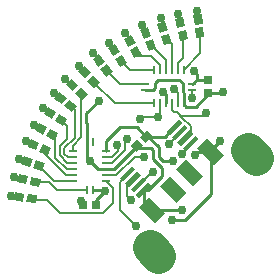
<source format=gtl>
G04 (created by PCBNEW (2013-jul-07)-stable) date Tue 08 Dec 2015 07:46:21 AM CST*
%MOIN*%
G04 Gerber Fmt 3.4, Leading zero omitted, Abs format*
%FSLAX34Y34*%
G01*
G70*
G90*
G04 APERTURE LIST*
%ADD10C,0.00590551*%
%ADD11R,0.0315X0.0275*%
%ADD12R,0.0275X0.0315*%
%ADD13R,0.0314961X0.00984252*%
%ADD14R,0.00984252X0.0314961*%
%ADD15C,0.11811*%
%ADD16C,0.0295276*%
%ADD17C,0.00984252*%
%ADD18C,0.00787402*%
G04 APERTURE END LIST*
G54D10*
G36*
X71544Y-10843D02*
X71817Y-10807D01*
X71858Y-11120D01*
X71585Y-11155D01*
X71544Y-10843D01*
X71544Y-10843D01*
G37*
G36*
X71488Y-10415D02*
X71760Y-10379D01*
X71801Y-10691D01*
X71529Y-10727D01*
X71488Y-10415D01*
X71488Y-10415D01*
G37*
G36*
X70980Y-10953D02*
X71249Y-10893D01*
X71317Y-11201D01*
X71048Y-11260D01*
X70980Y-10953D01*
X70980Y-10953D01*
G37*
G36*
X70887Y-10531D02*
X71155Y-10471D01*
X71223Y-10779D01*
X70955Y-10838D01*
X70887Y-10531D01*
X70887Y-10531D01*
G37*
G36*
X70417Y-11101D02*
X70680Y-11018D01*
X70774Y-11318D01*
X70512Y-11401D01*
X70417Y-11101D01*
X70417Y-11101D01*
G37*
G36*
X70288Y-10689D02*
X70550Y-10606D01*
X70645Y-10906D01*
X70382Y-10989D01*
X70288Y-10689D01*
X70288Y-10689D01*
G37*
G36*
X69875Y-11307D02*
X70129Y-11202D01*
X70250Y-11493D01*
X69996Y-11598D01*
X69875Y-11307D01*
X69875Y-11307D01*
G37*
G36*
X69710Y-10908D02*
X69964Y-10803D01*
X70084Y-11094D01*
X69830Y-11199D01*
X69710Y-10908D01*
X69710Y-10908D01*
G37*
G36*
X69373Y-11572D02*
X69617Y-11445D01*
X69762Y-11724D01*
X69519Y-11851D01*
X69373Y-11572D01*
X69373Y-11572D01*
G37*
G36*
X69174Y-11188D02*
X69418Y-11061D01*
X69563Y-11341D01*
X69319Y-11468D01*
X69174Y-11188D01*
X69174Y-11188D01*
G37*
G36*
X68872Y-11875D02*
X69104Y-11727D01*
X69273Y-11993D01*
X69041Y-12140D01*
X68872Y-11875D01*
X68872Y-11875D01*
G37*
G36*
X68640Y-11510D02*
X68871Y-11363D01*
X69041Y-11628D01*
X68809Y-11776D01*
X68640Y-11510D01*
X68640Y-11510D01*
G37*
G36*
X68391Y-12216D02*
X68609Y-12049D01*
X68801Y-12299D01*
X68582Y-12466D01*
X68391Y-12216D01*
X68391Y-12216D01*
G37*
G36*
X68128Y-11874D02*
X68346Y-11706D01*
X68538Y-11956D01*
X68319Y-12123D01*
X68128Y-11874D01*
X68128Y-11874D01*
G37*
G36*
X67949Y-12596D02*
X68152Y-12410D01*
X68365Y-12643D01*
X68162Y-12828D01*
X67949Y-12596D01*
X67949Y-12596D01*
G37*
G36*
X67658Y-12278D02*
X67860Y-12092D01*
X68073Y-12324D01*
X67870Y-12510D01*
X67658Y-12278D01*
X67658Y-12278D01*
G37*
G36*
X67548Y-13014D02*
X67734Y-12812D01*
X67966Y-13024D01*
X67780Y-13227D01*
X67548Y-13014D01*
X67548Y-13014D01*
G37*
G36*
X67230Y-12723D02*
X67415Y-12520D01*
X67648Y-12733D01*
X67462Y-12935D01*
X67230Y-12723D01*
X67230Y-12723D01*
G37*
G36*
X67187Y-13451D02*
X67354Y-13233D01*
X67604Y-13425D01*
X67437Y-13643D01*
X67187Y-13451D01*
X67187Y-13451D01*
G37*
G36*
X66844Y-13188D02*
X67011Y-12970D01*
X67261Y-13162D01*
X67094Y-13380D01*
X66844Y-13188D01*
X66844Y-13188D01*
G37*
G36*
X66865Y-13926D02*
X67012Y-13694D01*
X67278Y-13864D01*
X67130Y-14096D01*
X66865Y-13926D01*
X66865Y-13926D01*
G37*
G36*
X66500Y-13694D02*
X66648Y-13462D01*
X66914Y-13632D01*
X66766Y-13864D01*
X66500Y-13694D01*
X66500Y-13694D01*
G37*
G36*
X66582Y-14440D02*
X66709Y-14196D01*
X66989Y-14341D01*
X66862Y-14585D01*
X66582Y-14440D01*
X66582Y-14440D01*
G37*
G36*
X66199Y-14240D02*
X66326Y-13996D01*
X66606Y-14142D01*
X66479Y-14386D01*
X66199Y-14240D01*
X66199Y-14240D01*
G37*
G36*
X66359Y-14952D02*
X66464Y-14698D01*
X66755Y-14819D01*
X66650Y-15073D01*
X66359Y-14952D01*
X66359Y-14952D01*
G37*
G36*
X65960Y-14787D02*
X66065Y-14533D01*
X66356Y-14653D01*
X66251Y-14907D01*
X65960Y-14787D01*
X65960Y-14787D01*
G37*
G36*
X66156Y-15503D02*
X66238Y-15240D01*
X66539Y-15335D01*
X66456Y-15597D01*
X66156Y-15503D01*
X66156Y-15503D01*
G37*
G36*
X65744Y-15373D02*
X65826Y-15110D01*
X66127Y-15205D01*
X66044Y-15467D01*
X65744Y-15373D01*
X65744Y-15373D01*
G37*
G36*
X66031Y-16072D02*
X66090Y-15803D01*
X66398Y-15871D01*
X66338Y-16140D01*
X66031Y-16072D01*
X66031Y-16072D01*
G37*
G36*
X65609Y-15978D02*
X65669Y-15710D01*
X65976Y-15778D01*
X65917Y-16046D01*
X65609Y-15978D01*
X65609Y-15978D01*
G37*
G36*
X65925Y-16640D02*
X65961Y-16367D01*
X66274Y-16408D01*
X66238Y-16681D01*
X65925Y-16640D01*
X65925Y-16640D01*
G37*
G36*
X65497Y-16583D02*
X65533Y-16310D01*
X65845Y-16352D01*
X65809Y-16624D01*
X65497Y-16583D01*
X65497Y-16583D01*
G37*
G54D11*
X67815Y-16751D03*
X68247Y-16751D03*
G54D12*
X71988Y-12559D03*
X71988Y-12991D03*
G54D10*
G36*
X69625Y-14550D02*
X69819Y-14744D01*
X69596Y-14967D01*
X69402Y-14773D01*
X69625Y-14550D01*
X69625Y-14550D01*
G37*
G36*
X69930Y-14244D02*
X70125Y-14439D01*
X69902Y-14662D01*
X69707Y-14467D01*
X69930Y-14244D01*
X69930Y-14244D01*
G37*
G54D13*
X67480Y-15334D03*
X67480Y-15531D03*
X67480Y-15728D03*
X67480Y-15925D03*
X67480Y-15137D03*
X67480Y-14940D03*
X68582Y-15531D03*
X68582Y-15728D03*
X68582Y-15925D03*
X68582Y-15334D03*
X68582Y-15137D03*
X68582Y-14940D03*
G54D14*
X67933Y-16220D03*
X68129Y-16220D03*
X67933Y-14645D03*
X68129Y-14645D03*
X70767Y-12244D03*
X70570Y-12244D03*
X70374Y-12244D03*
X70177Y-12244D03*
X70964Y-12244D03*
X71161Y-12244D03*
X70570Y-13346D03*
X70374Y-13346D03*
X70177Y-13346D03*
X70767Y-13346D03*
X70964Y-13346D03*
X71161Y-13346D03*
G54D13*
X69881Y-12696D03*
X69881Y-12893D03*
X71456Y-12696D03*
X71456Y-12893D03*
G54D10*
G36*
X69575Y-16386D02*
X69985Y-15976D01*
X70101Y-16093D01*
X69692Y-16502D01*
X69575Y-16386D01*
X69575Y-16386D01*
G37*
G36*
X70595Y-14291D02*
X71004Y-13882D01*
X71116Y-13993D01*
X70706Y-14403D01*
X70595Y-14291D01*
X70595Y-14291D01*
G37*
G36*
X69032Y-15843D02*
X69442Y-15433D01*
X69558Y-15550D01*
X69149Y-15959D01*
X69032Y-15843D01*
X69032Y-15843D01*
G37*
G36*
X69213Y-16024D02*
X69623Y-15614D01*
X69739Y-15731D01*
X69330Y-16140D01*
X69213Y-16024D01*
X69213Y-16024D01*
G37*
G36*
X69394Y-16205D02*
X69804Y-15795D01*
X69920Y-15912D01*
X69511Y-16321D01*
X69394Y-16205D01*
X69394Y-16205D01*
G37*
G36*
X71134Y-14827D02*
X71543Y-14418D01*
X71660Y-14535D01*
X71251Y-14944D01*
X71134Y-14827D01*
X71134Y-14827D01*
G37*
G36*
X70953Y-14646D02*
X71362Y-14237D01*
X71479Y-14354D01*
X71069Y-14763D01*
X70953Y-14646D01*
X70953Y-14646D01*
G37*
G36*
X70770Y-14467D02*
X71180Y-14057D01*
X71296Y-14174D01*
X70887Y-14583D01*
X70770Y-14467D01*
X70770Y-14467D01*
G37*
G54D15*
X70043Y-18142D02*
X70321Y-18421D01*
X73300Y-14885D02*
X73578Y-15164D01*
G54D10*
G36*
X72172Y-15400D02*
X71616Y-14844D01*
X71950Y-14509D01*
X72506Y-15066D01*
X72172Y-15400D01*
X72172Y-15400D01*
G37*
G36*
X71476Y-16096D02*
X70920Y-15539D01*
X71254Y-15205D01*
X71811Y-15762D01*
X71476Y-16096D01*
X71476Y-16096D01*
G37*
G36*
X70920Y-16653D02*
X70363Y-16096D01*
X70697Y-15762D01*
X71254Y-16319D01*
X70920Y-16653D01*
X70920Y-16653D01*
G37*
G36*
X70224Y-17349D02*
X69667Y-16792D01*
X70001Y-16458D01*
X70558Y-17015D01*
X70224Y-17349D01*
X70224Y-17349D01*
G37*
G54D16*
X68326Y-13267D03*
X70472Y-12952D03*
X71122Y-16889D03*
X71496Y-12283D03*
X67736Y-16594D03*
X68051Y-15275D03*
X70984Y-10354D03*
X71614Y-10255D03*
X69222Y-11003D03*
X71909Y-13661D03*
X69271Y-14527D03*
X70688Y-14704D03*
X69566Y-17421D03*
X70846Y-12854D03*
X68937Y-14724D03*
X69409Y-16574D03*
X70157Y-15649D03*
X65521Y-15807D03*
X65413Y-16437D03*
X70295Y-13799D03*
X71102Y-15019D03*
X69724Y-13858D03*
X65688Y-15206D03*
X68681Y-11318D03*
X71456Y-13169D03*
X69842Y-15118D03*
X66161Y-14064D03*
X66476Y-13513D03*
X66830Y-13011D03*
X67224Y-12539D03*
X68159Y-11683D03*
X67677Y-12086D03*
X65905Y-14616D03*
X69783Y-10728D03*
X70393Y-10511D03*
X70787Y-17244D03*
X70807Y-15275D03*
X68543Y-16279D03*
X71535Y-15078D03*
X72362Y-14606D03*
X72480Y-12972D03*
G54D17*
X67925Y-13996D02*
X67933Y-13996D01*
X67925Y-13669D02*
X67925Y-13996D01*
X68326Y-13267D02*
X67925Y-13669D01*
X67933Y-14055D02*
X67933Y-13996D01*
X67933Y-14409D02*
X67933Y-14645D01*
X67933Y-14409D02*
X67933Y-14055D01*
X67933Y-13996D02*
X67933Y-13996D01*
X70570Y-13346D02*
X70570Y-13051D01*
X70570Y-13051D02*
X70472Y-12952D01*
X70452Y-15570D02*
X70452Y-15511D01*
X70157Y-15216D02*
X70157Y-14901D01*
X70452Y-15511D02*
X70157Y-15216D01*
X70112Y-16904D02*
X71107Y-16904D01*
X71107Y-16904D02*
X71122Y-16889D01*
X71593Y-12559D02*
X71593Y-12381D01*
X71593Y-12381D02*
X71496Y-12283D01*
X71988Y-12559D02*
X71593Y-12559D01*
X71593Y-12559D02*
X71456Y-12696D01*
X67815Y-16751D02*
X67815Y-16673D01*
X67815Y-16673D02*
X67736Y-16594D01*
X69665Y-14822D02*
X69611Y-14759D01*
X70078Y-14822D02*
X69665Y-14822D01*
X68051Y-15275D02*
X68248Y-15472D01*
X68307Y-15531D02*
X68582Y-15531D01*
X68287Y-15511D02*
X68307Y-15531D01*
X68248Y-15472D02*
X68287Y-15511D01*
X67933Y-14645D02*
X67933Y-15157D01*
X67933Y-15157D02*
X68051Y-15275D01*
X68582Y-15531D02*
X68838Y-15531D01*
X68838Y-15531D02*
X69611Y-14759D01*
X70157Y-14901D02*
X70078Y-14822D01*
X70452Y-15629D02*
X70452Y-15570D01*
X70452Y-15767D02*
X70452Y-15629D01*
X69980Y-16239D02*
X70452Y-15767D01*
X69838Y-16239D02*
X69980Y-16239D01*
X69838Y-16239D02*
X69838Y-16630D01*
X69838Y-16630D02*
X70112Y-16904D01*
G54D10*
X70767Y-12244D02*
X70767Y-11381D01*
X70767Y-11381D02*
X70596Y-11209D01*
X71055Y-10655D02*
X71055Y-10425D01*
X71055Y-10425D02*
X70984Y-10354D01*
X71645Y-10553D02*
X71645Y-10286D01*
X71645Y-10286D02*
X71614Y-10255D01*
X71614Y-10255D02*
X71645Y-10286D01*
G54D18*
X69339Y-11120D02*
X69222Y-11003D01*
X69339Y-11120D02*
X69368Y-11265D01*
G54D10*
X71181Y-13759D02*
X71062Y-13759D01*
X71062Y-13759D02*
X70954Y-13651D01*
X70856Y-13651D02*
X70954Y-13651D01*
X70954Y-13651D02*
X71122Y-13818D01*
X70856Y-13651D02*
X70826Y-13622D01*
X69173Y-14940D02*
X69212Y-14901D01*
X69212Y-14901D02*
X69212Y-14586D01*
X69212Y-14586D02*
X69271Y-14527D01*
X71181Y-13759D02*
X71811Y-13759D01*
X71811Y-13759D02*
X71909Y-13661D01*
X69153Y-14960D02*
X69173Y-14940D01*
X68582Y-15334D02*
X68779Y-15334D01*
X68779Y-15334D02*
X69153Y-14960D01*
X71227Y-14500D02*
X71216Y-14500D01*
X71216Y-14500D02*
X71227Y-14500D01*
X71417Y-14311D02*
X71417Y-14232D01*
X71417Y-14114D02*
X71122Y-13818D01*
X71417Y-14232D02*
X71417Y-14114D01*
X71227Y-14500D02*
X71417Y-14311D01*
X71122Y-13818D02*
X71062Y-13759D01*
X70826Y-13622D02*
X70767Y-13562D01*
X70767Y-13562D02*
X70767Y-13346D01*
X71033Y-14320D02*
X71033Y-14359D01*
X71033Y-14359D02*
X70688Y-14704D01*
X69311Y-17165D02*
X69566Y-17421D01*
X69295Y-15696D02*
X69295Y-15723D01*
X69055Y-16909D02*
X69311Y-17165D01*
X69055Y-15964D02*
X69055Y-16909D01*
X69295Y-15723D02*
X69055Y-15964D01*
X70964Y-13346D02*
X70964Y-12972D01*
X70964Y-12972D02*
X70846Y-12854D01*
X68767Y-15137D02*
X68582Y-15137D01*
X68960Y-14944D02*
X68767Y-15137D01*
X68960Y-14747D02*
X68960Y-14944D01*
X68937Y-14724D02*
X68960Y-14747D01*
X69476Y-15877D02*
X69271Y-16082D01*
X69271Y-16082D02*
X69271Y-16437D01*
X69271Y-16437D02*
X69409Y-16574D01*
X69476Y-15877D02*
X69476Y-15877D01*
X69657Y-16058D02*
X69689Y-16058D01*
X70098Y-15649D02*
X70157Y-15649D01*
X69689Y-16058D02*
X70098Y-15649D01*
X67480Y-14940D02*
X67480Y-14756D01*
X67757Y-14478D02*
X67757Y-13019D01*
X67480Y-14756D02*
X67757Y-14478D01*
X70964Y-12244D02*
X70964Y-12007D01*
X71149Y-11823D02*
X71149Y-11077D01*
X70964Y-12007D02*
X71149Y-11823D01*
G54D18*
X65593Y-15878D02*
X65521Y-15807D01*
X65593Y-15878D02*
X65793Y-15878D01*
X65444Y-16467D02*
X65413Y-16437D01*
X65444Y-16467D02*
X65671Y-16467D01*
G54D10*
X70295Y-13799D02*
X69783Y-13799D01*
X69783Y-13799D02*
X69724Y-13858D01*
X70374Y-13720D02*
X70374Y-13346D01*
X70295Y-13799D02*
X70374Y-13720D01*
X71397Y-14724D02*
X71102Y-15019D01*
X71397Y-14681D02*
X71397Y-14724D01*
X66214Y-15971D02*
X66680Y-15971D01*
X66929Y-16220D02*
X67933Y-16220D01*
X66680Y-15971D02*
X66929Y-16220D01*
X68818Y-16377D02*
X68818Y-16653D01*
X67047Y-17007D02*
X66594Y-16555D01*
X68464Y-17007D02*
X67047Y-17007D01*
X68818Y-16653D02*
X68464Y-17007D01*
X68818Y-16358D02*
X68818Y-16377D01*
X66130Y-16555D02*
X66099Y-16524D01*
X66594Y-16555D02*
X66130Y-16555D01*
X68818Y-16161D02*
X68582Y-15925D01*
X68818Y-16358D02*
X68818Y-16161D01*
X70177Y-13346D02*
X68884Y-13346D01*
X68884Y-13346D02*
X68157Y-12619D01*
X69881Y-12696D02*
X69034Y-12696D01*
X69034Y-12696D02*
X68596Y-12257D01*
X70177Y-12244D02*
X69382Y-12244D01*
X69382Y-12244D02*
X69072Y-11934D01*
X71161Y-12244D02*
X71161Y-12224D01*
X71701Y-11684D02*
X71701Y-10981D01*
X71161Y-12224D02*
X71701Y-11684D01*
X70374Y-12244D02*
X70374Y-12066D01*
X69691Y-11771D02*
X69568Y-11648D01*
X70078Y-11771D02*
X69691Y-11771D01*
X70374Y-12066D02*
X70078Y-11771D01*
X70570Y-12244D02*
X70570Y-11908D01*
X70570Y-11908D02*
X70062Y-11400D01*
X67529Y-14498D02*
X67529Y-13572D01*
X67529Y-13572D02*
X67395Y-13438D01*
X67480Y-15137D02*
X67303Y-15137D01*
X67185Y-14842D02*
X67529Y-14498D01*
X67185Y-15019D02*
X67185Y-14842D01*
X67303Y-15137D02*
X67185Y-15019D01*
X67287Y-14531D02*
X67287Y-14110D01*
X67287Y-14110D02*
X67071Y-13895D01*
X67480Y-15334D02*
X67291Y-15334D01*
X67037Y-14781D02*
X67287Y-14531D01*
X67037Y-15080D02*
X67037Y-14781D01*
X67291Y-15334D02*
X67037Y-15080D01*
X67480Y-15531D02*
X67263Y-15531D01*
X66889Y-14494D02*
X66786Y-14391D01*
X66889Y-15157D02*
X66889Y-14494D01*
X67263Y-15531D02*
X66889Y-15157D01*
X66557Y-14885D02*
X66557Y-15034D01*
X67251Y-15728D02*
X67480Y-15728D01*
X66557Y-15034D02*
X67251Y-15728D01*
X67480Y-15925D02*
X66853Y-15925D01*
X66853Y-15925D02*
X66347Y-15419D01*
G54D18*
X65771Y-15289D02*
X65688Y-15206D01*
X65771Y-15289D02*
X65935Y-15289D01*
X68840Y-11478D02*
X68681Y-11318D01*
X68840Y-11478D02*
X68840Y-11569D01*
G54D10*
X71456Y-13169D02*
X71456Y-12893D01*
X68582Y-15728D02*
X68917Y-15728D01*
X68917Y-15728D02*
X69527Y-15118D01*
X69527Y-15118D02*
X69842Y-15118D01*
G54D18*
X66288Y-14191D02*
X66161Y-14064D01*
X66288Y-14191D02*
X66402Y-14191D01*
X66626Y-13663D02*
X66476Y-13513D01*
X66626Y-13663D02*
X66707Y-13663D01*
X67033Y-13175D02*
X67053Y-13175D01*
X66830Y-13011D02*
X67033Y-13175D01*
X67413Y-12728D02*
X67439Y-12728D01*
X67224Y-12539D02*
X67413Y-12728D01*
X68333Y-11837D02*
X68333Y-11915D01*
X68159Y-11683D02*
X68333Y-11837D01*
X67852Y-12301D02*
X67865Y-12301D01*
X67677Y-12086D02*
X67852Y-12301D01*
X66009Y-14720D02*
X65905Y-14616D01*
X66009Y-14720D02*
X66158Y-14720D01*
G54D10*
X69897Y-11001D02*
X69897Y-10842D01*
X69897Y-10842D02*
X69783Y-10728D01*
X70466Y-10797D02*
X70466Y-10584D01*
X70466Y-10584D02*
X70393Y-10511D01*
X70393Y-10511D02*
X70466Y-10584D01*
G54D17*
X70905Y-12559D02*
X71023Y-12559D01*
X71141Y-12677D02*
X71141Y-12814D01*
X71023Y-12559D02*
X71141Y-12677D01*
X70551Y-12559D02*
X70314Y-12559D01*
X70196Y-12677D02*
X70196Y-12834D01*
X70314Y-12559D02*
X70196Y-12677D01*
X72061Y-14955D02*
X72061Y-16383D01*
X71200Y-17244D02*
X70787Y-17244D01*
X72061Y-16383D02*
X71200Y-17244D01*
X70728Y-12559D02*
X70905Y-12559D01*
X71141Y-12972D02*
X71161Y-12992D01*
X71141Y-12814D02*
X71141Y-12972D01*
X70295Y-14763D02*
X70334Y-14803D01*
X70492Y-15275D02*
X70807Y-15275D01*
X70354Y-15137D02*
X70492Y-15275D01*
X70354Y-14822D02*
X70354Y-15137D01*
X70334Y-14803D02*
X70354Y-14822D01*
X68582Y-14940D02*
X68582Y-14606D01*
X69596Y-14133D02*
X69916Y-14453D01*
X69055Y-14133D02*
X69596Y-14133D01*
X68582Y-14606D02*
X69055Y-14133D01*
X72061Y-14955D02*
X71658Y-14955D01*
X70295Y-14763D02*
X69985Y-14453D01*
X69985Y-14453D02*
X69916Y-14453D01*
X71658Y-14955D02*
X71535Y-15078D01*
X72061Y-14906D02*
X72061Y-14955D01*
X72362Y-14606D02*
X72061Y-14906D01*
X72461Y-12991D02*
X72480Y-12972D01*
X71988Y-12991D02*
X72461Y-12991D01*
X71161Y-13346D02*
X71161Y-13366D01*
X71988Y-13051D02*
X71988Y-12991D01*
X71574Y-13464D02*
X71988Y-13051D01*
X71259Y-13464D02*
X71574Y-13464D01*
X71161Y-13366D02*
X71259Y-13464D01*
X68247Y-16751D02*
X68247Y-16575D01*
X68247Y-16575D02*
X68543Y-16279D01*
X68484Y-16220D02*
X68543Y-16279D01*
X68129Y-16220D02*
X68484Y-16220D01*
X69881Y-12893D02*
X70137Y-12893D01*
X70137Y-12893D02*
X70196Y-12834D01*
X71161Y-12992D02*
X71161Y-13346D01*
X70551Y-12559D02*
X70728Y-12559D01*
X69916Y-14453D02*
X70236Y-14453D01*
X70236Y-14453D02*
X70544Y-14453D01*
X70544Y-14453D02*
X70855Y-14142D01*
M02*

</source>
